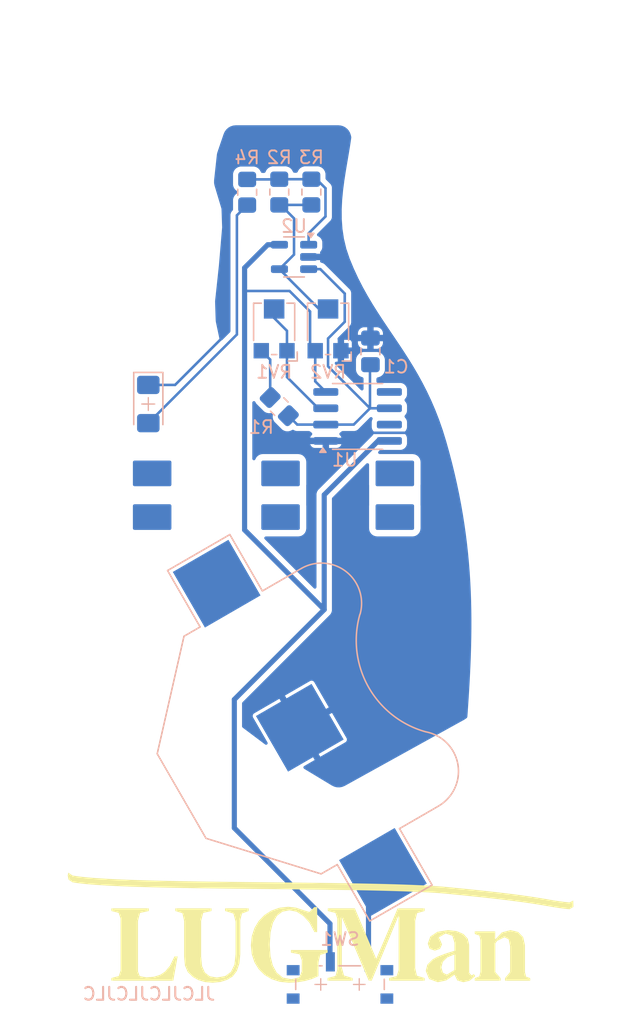
<source format=kicad_pcb>
(kicad_pcb (version 20241229) (generator "pcbnew") (generator_version "9.0")
  (layers (0 "F.Cu" signal) (2 "B.Cu" signal) (13 "F.Paste" user) (15 "B.Paste" user) (5 "F.SilkS" user "F.Silkscreen") (7 "B.SilkS" user "B.Silkscreen") (1 "F.Mask" user) (3 "B.Mask" user) (25 "Edge.Cuts" user))
  (net 0 "")
  (net 1 "GND")
  (net 2 "Net-(BT1-+)")
  (net 3 "Net-(U1-THR)")
  (net 4 "Net-(D1-A)")
  (net 5 "Net-(R1-Pad1)")
  (net 6 "Net-(R2-Pad1)")
  (net 7 "Net-(U2--)")
  (net 8 "Net-(U1-Q)")
  (net 9 "+3V")
  (footprint "Badge:badge" (layer "F.Cu") (at 50 50)
    (property "Reference" "svg2mod" (hide yes))
    (property "Value" "G***" (hide yes))
    (fp_poly (pts (xy 13.585782 74.196947) (xy 13.344155 74.196947) (xy 12.983798 74.928078) (xy 12.610942 75.371755) (xy 12.225511 75.627577) (xy 11.743799 75.779713) (xy 11.152847 75.830013) (xy 10.63314 75.731071) (xy 10.494621 75.363423) (xy 10.494621 71.430733) (xy 10.656052 70.813125) (xy 11.33615 70.664192) (xy 11.33615 70.455892) (xy 8.428293 70.455892) (xy 8.428293 70.664192) (xy 8.989659 70.806875) (xy 9.144842 71.255761) (xy 9.144842 75.288435) (xy 9.005293 75.721697) (xy 8.428293 75.880005) (xy 8.428293 76.088304) (xy 13.244171 76.088304) (xy 13.585782 74.196947)) (fill yes) (layer "F.SilkS"))
    (fp_poly (pts (xy 41.043796 75.888337) (xy 40.720932 75.769608) (xy 40.635529 75.413415) (xy 40.635529 73.32209) (xy 40.495737 72.699044) (xy 40.105986 72.292629) (xy 39.510713 72.147282) (xy 38.843114 72.325378) (xy 38.319242 72.872164) (xy 38.319242 72.247266) (xy 36.727835 72.247266) (xy 36.727835 72.447233) (xy 37.082986 72.580543) (xy 37.16943 72.938819) (xy 37.16943 75.388419) (xy 37.082997 75.747735) (xy 36.727835 75.888337) (xy 36.727835 76.088304) (xy 38.73584 76.088304) (xy 38.73584 75.888337) (xy 38.327574 75.413415) (xy 38.327574 73.188779) (xy 38.469217 72.988811) (xy 39.044123 72.705524) (xy 39.370112 72.876329) (xy 39.477386 73.397078) (xy 39.477386 75.413415) (xy 39.085783 75.888337) (xy 39.085783 76.088304) (xy 41.043796 76.088304) (xy 41.043796 75.888337)) (fill yes) (layer "F.SilkS"))
    (fp_poly (pts (xy 32.820139 75.880005) (xy 32.22232 75.696701) (xy 32.086926 75.113464) (xy 32.086926 71.430733) (xy 32.234817 70.828748) (xy 32.820139 70.664192) (xy 32.820139 70.455892) (xy 30.720483 70.455892) (xy 29.054089 74.388582) (xy 27.387695 70.455892) (xy 25.279706 70.455892) (xy 25.279706 70.664192) (xy 25.875442 70.813126) (xy 26.021251 71.255761) (xy 26.021251 75.213447) (xy 25.87962 75.715448) (xy 25.263042 75.880005) (xy 25.263042 76.088304) (xy 27.212723 76.088304) (xy 27.212723 75.880005) (xy 26.542 75.683162) (xy 26.371194 75.05514) (xy 26.371194 71.139114) (xy 28.470851 76.088304) (xy 28.695814 76.088304) (xy 30.79547 71.014134) (xy 30.79547 75.255107) (xy 30.649662 75.726905) (xy 30.053925 75.880005) (xy 30.053925 76.088304) (xy 32.820139 76.088304) (xy 32.820139 75.880005)) (fill yes) (layer "F.SilkS"))
    (fp_poly (pts (xy 19.114048 70.455892) (xy 17.281015 70.455892) (xy 17.281015 70.664192) (xy 17.929867 70.864159) (xy 18.097548 71.489057) (xy 18.097548 74.030307) (xy 18.009151 74.833041) (xy 17.740315 75.396751) (xy 17.285572 75.729248) (xy 16.639453 75.838345) (xy 16.086028 75.743829) (xy 15.705231 75.450909) (xy 15.485345 74.945523) (xy 15.414654 74.213611) (xy 15.414654 71.430733) (xy 15.571918 70.813125) (xy 16.222855 70.664192) (xy 16.222855 70.455892) (xy 13.406649 70.455892) (xy 13.406649 70.664192) (xy 13.9576 70.838121) (xy 14.08987 71.430733) (xy 14.08987 74.213611) (xy 14.154057 74.907633) (xy 14.370071 75.410946) (xy 14.773092 75.805017) (xy 15.215303 76.049113) (xy 15.733429 76.196929) (xy 16.314506 76.246612) (xy 16.912865 76.187671) (xy 17.44642 76.019488) (xy 17.872585 75.755025) (xy 18.192594 75.339352) (xy 18.394105 74.751486) (xy 18.464155 74.030307) (xy 18.464155 71.372409) (xy 18.595371 70.858951) (xy 19.114048 70.664192) (xy 19.114048 70.455892)) (fill yes) (layer "F.SilkS"))
    (fp_poly (pts (xy 36.640349 75.555058) (xy 36.557029 75.638378) (xy 36.465379 75.671708) (xy 36.290408 75.463408) (xy 36.290408 73.288764) (xy 36.175583 72.811629) (xy 35.84673 72.452443) (xy 35.327284 72.226047) (xy 34.640677 72.147284) (xy 33.813961 72.280596) (xy 33.264977 72.647202) (xy 33.065935 73.197112) (xy 33.20862 73.603296) (xy 33.607513 73.747023) (xy 34.01578 73.611628) (xy 34.174087 73.263768) (xy 34.024112 72.905494) (xy 33.924132 72.72219) (xy 34.449046 72.413907) (xy 34.983334 72.58992) (xy 35.148932 73.147121) (xy 35.148932 73.755354) (xy 34.333942 74.015497) (xy 33.800387 74.225648) (xy 33.440878 74.430244) (xy 33.036777 74.835386) (xy 32.907632 75.321765) (xy 33.166964 75.953953) (xy 33.83248 76.204954) (xy 34.496955 76.069559) (xy 34.549025 76.033792) (xy 34.549025 75.613382) (xy 34.242825 75.459241) (xy 34.124094 75.05514) (xy 34.239507 74.617866) (xy 34.58081 74.278724) (xy 35.140595 74.046971) (xy 35.140595 75.255107) (xy 34.549025 75.613382) (xy 34.549025 76.033792) (xy 35.148932 75.621716) (xy 35.371812 76.072684) (xy 35.832153 76.204954) (xy 36.314366 76.095597) (xy 36.765334 75.730031) (xy 36.640349 75.555058)) (fill yes) (layer "F.SilkS"))
    (fp_poly (pts (xy 25.267209 73.697029) (xy 22.409344 73.697029) (xy 22.409344 73.905328) (xy 23.086316 74.034475) (xy 23.250873 74.488566) (xy 23.250873 75.363423) (xy 23.060279 75.826889) (xy 22.451004 75.971657) (xy 21.782363 75.847719) (xy 21.301192 75.455074) (xy 20.997846 74.90393) (xy 20.818555 74.17874) (xy 20.759614 73.272098) (xy 20.82227 72.32292) (xy 21.008906 71.577709) (xy 21.317523 71.040463) (xy 21.746119 70.715183) (xy 22.292696 70.605868) (xy 22.85927 70.720432) (xy 23.400848 71.072458) (xy 23.849733 71.573418) (xy 24.242377 72.30559) (xy 24.450676 72.30559) (xy 24.450676 70.355909) (xy 24.225713 70.355909) (xy 23.850775 70.739179) (xy 23.475836 70.622532) (xy 22.806154 70.401734) (xy 22.192712 70.330913) (xy 21.50694 70.406557) (xy 20.887483 70.623868) (xy 20.348626 70.968418) (xy 19.904651 71.425777) (xy 19.569842 71.981517) (xy 19.358482 72.621209) (xy 19.284855 73.330422) (xy 19.357341 74.032397) (xy 19.56683 74.659165) (xy 19.901372 75.198775) (xy 20.349015 75.639277) (xy 20.897807 75.968718) (xy 21.535798 76.175147) (xy 22.251036 76.246612) (xy 22.896243 76.21042) (xy 23.519579 76.107051) (xy 24.083549 75.944317) (xy 24.55066 75.730029) (xy 24.55066 74.671869) (xy 24.687095 74.082382) (xy 25.267209 73.905328) (xy 25.267209 73.697029)) (fill yes) (layer "F.SilkS"))
    (fp_poly (pts (xy 5.076145 67.661414) (xy 5.024465 67.902743) (xy 5.090615 68.21952) (xy 5.400157 68.430876) (xy 5.90659 68.505823) (xy 6.518423 68.571961) (xy 7.228594 68.630084) (xy 8.030043 68.680985) (xy 8.915709 68.725458) (xy 9.878531 68.764297) (xy 10.911448 68.798296) (xy 11.601669 68.817685) (xy 12.314739 68.835411) (xy 13.048614 68.851613) (xy 13.801254 68.866429) (xy 14.570616 68.879999) (xy 15.354658 68.89246) (xy 16.151338 68.903951) (xy 16.958613 68.914611) (xy 17.774441 68.924579) (xy 18.596781 68.933992) (xy 19.42359 68.94299) (xy 20.335847 68.952622) (xy 21.248345 68.962166) (xy 22.158277 68.971799) (xy 23.062833 68.981695) (xy 23.959202 68.992029) (xy 24.844577 69.002976) (xy 25.716147 69.014712) (xy 26.571103 69.027411) (xy 27.406636 69.041249) (xy 28.219936 69.0564) (xy 29.008194 69.07304) (xy 29.768601 69.091344) (xy 30.498347 69.111487) (xy 31.194622 69.133643) (xy 31.854618 69.157988) (xy 32.475525 69.184698) (xy 33.054533 69.213947) (xy 33.588834 69.245909) (xy 34.075618 69.280762) (xy 34.512075 69.318678) (xy 36.05725 69.471345) (xy 37.375621 69.609174) (xy 38.490797 69.733323) (xy 39.426388 69.84495) (xy 40.206002 69.945214) (xy 40.853249 70.035273) (xy 41.391738 70.116285) (xy 41.845077 70.18941) (xy 42.236876 70.255806) (xy 42.590745 70.316631) (xy 42.930291 70.373043) (xy 43.279124 70.426202) (xy 43.660853 70.477265) (xy 44.099087 70.527392) (xy 44.412763 70.336182) (xy 44.394673 69.848361) (xy 44.100634 69.998223) (xy 43.662392 69.948097) (xy 43.280642 69.897035) (xy 42.931777 69.843876) (xy 42.592189 69.787464) (xy 42.238273 69.72664) (xy 41.846421 69.660245) (xy 41.393027 69.58712) (xy 40.854483 69.506107) (xy 40.207184 69.416048) (xy 39.427521 69.315784) (xy 38.491889 69.204157) (xy 37.37668 69.080008) (xy 36.058288 68.942179) (xy 34.513106 68.789511) (xy 34.076649 68.751595) (xy 33.589865 68.716743) (xy 33.055564 68.68478) (xy 32.476556 68.655532) (xy 31.855649 68.628822) (xy 31.195653 68.604477) (xy 30.499378 68.582321) (xy 29.769632 68.562179) (xy 29.009225 68.543875) (xy 28.220967 68.527235) (xy 27.407667 68.512084) (xy 26.572134 68.498246) (xy 25.717178 68.485547) (xy 24.845608 68.473811) (xy 23.960233 68.462864) (xy 23.063864 68.452529) (xy 22.159308 68.442633) (xy 21.249376 68.433) (xy 20.336878 68.423455) (xy 19.424621 68.413823) (xy 18.597812 68.404814) (xy 17.775472 68.395393) (xy 16.959644 68.385422) (xy 16.152369 68.374761) (xy 15.355689 68.363271) (xy 14.571647 68.350812) (xy 13.802285 68.337247) (xy 13.049645 68.322435) (xy 12.31577 68.306238) (xy 11.6027 68.288515) (xy 10.912479 68.269129) (xy 9.879562 68.235127) (xy 8.91674 68.196287) (xy 8.031074 68.151813) (xy 7.229624 68.100913) (xy 6.519453 68.042791) (xy 5.90762 67.976655) (xy 5.401187 67.90171) (xy 5.091646 67.690353) (xy 5.076146 67.661413) (xy 5.076145 67.661414)) (fill yes) (layer "F.SilkS"))
    (fp_poly (pts (xy 19.206032 0.005596) (xy 19.205032 0.006112) (xy 18.470988 0.008713) (xy 17.745137 0.068589) (xy 17.028977 0.182699) (xy 16.324004 0.348001) (xy 15.631717 0.561454) (xy 14.953612 0.820016) (xy 14.290624 1.120553) (xy 13.643721 1.459948) (xy 13.014012 1.835381) (xy 12.402605 2.24403) (xy 11.810611 2.683076) (xy 11.239139 3.149698) (xy 10.689297 3.641076) (xy 10.162195 4.154388) (xy 9.658942 4.686816) (xy 9.180648 5.235538) (xy 8.728421 5.797733) (xy 8.303372 6.370582) (xy 8.279602 6.413992) (xy 8.123539 6.535432) (xy 7.622278 6.68426) (xy 7.124659 6.782561) (xy 6.517664 6.903182) (xy 5.815153 7.071316) (xy 5.300185 7.222223) (xy 4.751358 7.41274) (xy 4.171493 7.650053) (xy 3.56341 7.941353) (xy 2.929929 8.293826) (xy 2.273872 8.714662) (xy 1.598058 9.211047) (xy 0.905307 9.790172) (xy 0.198441 10.459223) (xy 0.38551 10.971337) (xy 1.373767 11.093088) (xy 2.219965 11.284217) (xy 2.94333 11.533271) (xy 3.563089 11.828798) (xy 4.098468 12.159345) (xy 4.568692 12.513459) (xy 4.992989 12.879687) (xy 5.390583 13.246577) (xy 5.780702 13.602675) (xy 6.182572 13.93653) (xy 6.246965 14.895897) (xy 6.227892 15.731115) (xy 6.135201 16.47282) (xy 5.978738 17.15165) (xy 5.768348 17.798242) (xy 5.513879 18.443232) (xy 5.296652 18.955835) (xy 5.067392 19.499919) (xy 4.832208 20.087873) (xy 4.597205 20.732089) (xy 4.368492 21.444956) (xy 4.152177 22.238865) (xy 3.954366 23.126206) (xy 3.781168 24.119371) (xy 3.71293 24.798498) (xy 3.697121 25.522557) (xy 3.720963 26.27942) (xy 3.771678 27.056959) (xy 3.836486 27.843047) (xy 3.902608 28.625556) (xy 3.964325 29.541745) (xy 3.989261 30.407823) (xy 3.962202 31.196093) (xy 3.867937 31.878859) (xy 3.691251 32.428425) (xy 3.461281 32.923024) (xy 3.226012 33.442965) (xy 2.987138 33.987801) (xy 2.746349 34.557086) (xy 2.505339 35.150371) (xy 2.265799 35.76721) (xy 2.029423 36.407155) (xy 1.797902 37.069759) (xy 1.572929 37.754574) (xy 1.356196 38.461154) (xy 1.149396 39.189051) (xy 0.95422 39.937818) (xy 0.772362 40.707007) (xy 0.605514 41.496172) (xy 0.455368 42.304864) (xy 0.323616 43.132638) (xy 0.21195 43.979044) (xy 0.122064 44.843637) (xy 0.055649 45.725968) (xy 0.014398 46.625591) (xy 0.000003 47.542058) (xy 0.014157 48.474922) (xy 0.058551 49.423736) (xy 0.134879 50.388052) (xy 0.236484 51.183272) (xy 0.385541 51.965656) (xy 0.578092 52.734243) (xy 0.810176 53.488071) (xy 1.077836 54.226177) (xy 1.377111 54.947601) (xy 1.704042 55.651379) (xy 2.05467 56.33655) (xy 2.425036 57.002153) (xy 2.811181 57.647225) (xy 3.209144 58.270804) (xy 3.614968 58.87193) (xy 4.024692 59.449638) (xy 4.434358 60.002969) (xy 4.907341 60.616367) (xy 5.369256 61.193502) (xy 5.813659 61.732659) (xy 6.234105 62.232122) (xy 6.624152 62.690176) (xy 6.977356 63.105105) (xy 7.423469 63.641614) (xy 7.747851 64.063703) (xy 7.923551 64.349474) (xy 7.939051 64.395984) (xy 7.753368 64.739601) (xy 7.415569 65.010933) (xy 6.914549 65.296035) (xy 6.331914 65.648104) (xy 5.879688 66.012886) (xy 5.509391 66.409567) (xy 5.232756 66.806689) (xy 5.025534 67.37358) (xy 5.024534 67.47228) (xy 5.023034 67.53791) (xy 5.023034 76.552862) (xy 5.143872 77.152383) (xy 5.47377 77.640931) (xy 5.963806 77.969787) (xy 6.565059 78.090232) (xy 42.910127 78.090232) (xy 43.511298 77.969787) (xy 44.001157 77.640931) (xy 44.330878 77.152383) (xy 44.451635 76.552862) (xy 44.451635 69.601866) (xy 44.451635 69.600366) (xy 44.451635 69.551276) (xy 44.449535 69.551276) (xy 44.393725 69.313048) (xy 44.13586 68.86398) (xy 43.731186 68.366629) (xy 43.197416 67.803063) (xy 42.78022 67.389667) (xy 42.32382 66.948143) (xy 41.836457 66.480822) (xy 41.32637 65.99004) (xy 40.801798 65.478129) (xy 40.27098 64.947423) (xy 39.742181 64.400604) (xy 39.223891 63.840726) (xy 38.724653 63.270709) (xy 38.253014 62.693474) (xy 37.817517 62.111939) (xy 37.426709 61.529027) (xy 37.029581 60.833499) (xy 36.722883 60.148543) (xy 36.517391 59.479176) (xy 36.42388 58.830411) (xy 36.453125 58.207266) (xy 36.453125 58.184526) (xy 36.510814 57.431302) (xy 36.567537 56.683798) (xy 36.622723 55.941423) (xy 36.675802 55.203587) (xy 36.726204 54.469698) (xy 36.773357 53.739164) (xy 36.81669 53.011394) (xy 36.855634 52.285797) (xy 36.889618 51.561782) (xy 36.91807 50.838757) (xy 36.940421 50.116132) (xy 36.956099 49.393314) (xy 36.964535 48.669712) (xy 36.965156 47.944736) (xy 36.957393 47.217794) (xy 36.940675 46.488294) (xy 36.914432 45.755646) (xy 36.878092 45.019258) (xy 36.831085 44.278538) (xy 36.77284 43.532896) (xy 36.702787 42.78174) (xy 36.620355 42.024479) (xy 36.524974 41.260522) (xy 36.416072 40.489276) (xy 36.293079 39.710152) (xy 36.155425 38.922558) (xy 36.002538 38.125902) (xy 35.833848 37.319593) (xy 35.648785 36.50304) (xy 35.446778 35.675651) (xy 35.227256 34.836836) (xy 34.989648 33.986003) (xy 34.714735 33.093003) (xy 34.420779 32.249809) (xy 34.109695 31.452455) (xy 33.783398 30.696974) (xy 33.443806 29.979402) (xy 33.092833 29.295773) (xy 32.732395 28.642122) (xy 32.36441 28.014481) (xy 31.990792 27.408887) (xy 31.613457 26.821373) (xy 31.234322 26.247974) (xy 30.817623 25.628795) (xy 30.403652 25.016446) (xy 29.994588 24.40542) (xy 29.59261 23.790209) (xy 29.199899 23.165306) (xy 28.818632 22.525203) (xy 28.45099 21.864393) (xy 28.099153 21.177367) (xy 27.765298 20.458618) (xy 27.451607 19.702638) (xy 27.204946 18.971197) (xy 27.030714 18.240761) (xy 26.921026 17.511369) (xy 26.868 16.783057) (xy 26.863751 16.055863) (xy 26.900396 15.329825) (xy 26.970051 14.604979) (xy 27.064832 13.881364) (xy 27.176856 13.159017) (xy 27.29824 12.437976) (xy 27.421099 11.718277) (xy 27.53755 10.999958) (xy 27.639709 10.283057) (xy 27.724325 9.507954) (xy 27.770433 8.734893) (xy 27.766852 7.964682) (xy 27.702404 7.198126) (xy 27.565909 6.436031) (xy 27.346187 5.679204) (xy 27.120066 5.116461) (xy 26.836697 4.5594) (xy 26.49218 4.008445) (xy 26.082616 3.464021) (xy 25.604107 2.926549) (xy 25.052754 2.396454) (xy 24.424657 1.874159) (xy 23.715918 1.360088) (xy 23.699898 1.352288) (xy 23.055877 1.004777) (xy 22.410928 0.711798) (xy 21.766049 0.471659) (xy 21.122236 0.282664) (xy 20.480484 0.143119) (xy 19.841789 0.05133) (xy 19.207149 0.005601) (xy 19.206032 0.005596)) (stroke (width 0.00001)) (fill no) (layer "Edge.Cuts"))
  )
  (footprint "Button_Switch_SMD:SW_SPDT_PCM12" (layer "B.Cu") (at 76.23 126.05 180)
    (property "Reference" "SW1" (at 0 3.2 0) (layer "B.SilkS") (effects (justify mirror)))
    (property "Value" "POW" (hide yes))
    (fp_line (start 3.45 -0.72) (end 3.45 0.07) (stroke (width 0.12)) (layer "B.SilkS"))
    (fp_line (start 1.5 0.12) (end 1.5 -0.78) (stroke (width 0.1)) (layer "B.SilkS"))
    (fp_line (start 1.4 1.12) (end 1.6 1.12) (stroke (width 0.12)) (layer "B.SilkS"))
    (fp_line (start 1.05 -0.33) (end 1.95 -0.33) (stroke (width 0.1)) (layer "B.SilkS"))
    (fp_line (start -1.5 0.12) (end -1.5 -0.78) (stroke (width 0.1)) (layer "B.SilkS"))
    (fp_line (start -1.6 1.12) (end 0.1 1.12) (stroke (width 0.12)) (layer "B.SilkS"))
    (fp_line (start -1.95 -0.33) (end -1.05 -0.33) (stroke (width 0.1)) (layer "B.SilkS"))
    (fp_line (start -3.45 0.07) (end -3.45 -0.72) (stroke (width 0.12)) (layer "B.SilkS"))
    (pad "" smd rect (at -3.65 -1.43 180) (size 1 0.8) (layers "B.Cu" "B.Mask" "B.Paste"))
    (pad "" smd rect (at -3.65 0.78 180) (size 1 0.8) (layers "B.Cu" "B.Mask" "B.Paste"))
    (pad "" smd rect (at 3.65 -1.43 180) (size 1 0.8) (layers "B.Cu" "B.Mask" "B.Paste"))
    (pad "" smd rect (at 3.65 0.78 180) (size 1 0.8) (layers "B.Cu" "B.Mask" "B.Paste"))
    (pad "1" smd rect (at -2.25 1.43 180) (size 0.7 1.5) (layers "B.Cu" "B.Mask" "B.Paste") (net 2 "Net-(BT1-+)"))
    (pad "2" smd rect (at 0.75 1.43 180) (size 0.7 1.5) (layers "B.Cu" "B.Mask" "B.Paste") (net 9 "+3V"))
    (pad "3" smd rect (at 2.25 1.43 180) (size 0.7 1.5) (layers "B.Cu" "B.Mask" "B.Paste"))
  )
  (footprint "Resistor_SMD:R_0805_2012Metric_Pad1.20x1.40mm_HandSolder" (layer "B.Cu") (at 74 64.7 -90)
    (property "Reference" "R3" (at -2.7 0 180) (layer "B.SilkS") (effects (justify mirror)))
    (property "Value" "150K")
    (fp_line (start -0.227064 0.735) (end 0.227064 0.735) (stroke (width 0.12)) (layer "B.SilkS"))
    (fp_line (start -0.227064 -0.735) (end 0.227064 -0.735) (stroke (width 0.12)) (layer "B.SilkS"))
    (pad "1" smd roundrect (at -1 0 270) (size 1.2 1.4) (layers "B.Cu" "B.Mask" "B.Paste") (roundrect_rratio 0.208333) (net 6 "Net-(R2-Pad1)"))
    (pad "2" smd roundrect (at 1 0 270) (size 1.2 1.4) (layers "B.Cu" "B.Mask" "B.Paste") (roundrect_rratio 0.208333) (net 7 "Net-(U2--)"))
  )
  (footprint "Resistor_SMD:R_0805_2012Metric_Pad1.20x1.40mm_HandSolder" (layer "B.Cu") (at 71.5 81.4 -45)
    (property "Reference" "R1" (at 0.141421 2.12132 0) (layer "B.SilkS") (effects (justify mirror)))
    (property "Value" "150K")
    (fp_line (start -0.227064 0.735) (end 0.227064 0.735) (stroke (width 0.12)) (layer "B.SilkS"))
    (fp_line (start -0.227064 -0.735) (end 0.227064 -0.735) (stroke (width 0.12)) (layer "B.SilkS"))
    (pad "1" smd roundrect (at -1 0 315) (size 1.2 1.4) (layers "B.Cu" "B.Mask" "B.Paste") (roundrect_rratio 0.208333) (net 5 "Net-(R1-Pad1)"))
    (pad "2" smd roundrect (at 1 0 315) (size 1.2 1.4) (layers "B.Cu" "B.Mask" "B.Paste") (roundrect_rratio 0.208333) (net 3 "Net-(U1-THR)"))
  )
  (footprint "Battery:BatteryHolder_Multicomp_BC-2001_1x2032" (layer "B.Cu") (at 73.1 106.4 120)
    (property "Reference" "BT1" (hide yes))
    (property "Value" "3")
    (fp_line (start 3.8 -10.63) (end -3.8 -10.63) (stroke (width 0.12)) (layer "B.SilkS"))
    (fp_line (start 15.75 -2.8) (end 15.75 2.8) (stroke (width 0.12)) (layer "B.SilkS"))
    (fp_line (start 10.68 -4.25) (end 3.8 -10.63) (stroke (width 0.12)) (layer "B.SilkS"))
    (fp_line (start 10.68 -2.8) (end 15.75 -2.8) (stroke (width 0.12)) (layer "B.SilkS"))
    (fp_line (start 10.68 -2.8) (end 10.68 -4.25) (stroke (width 0.12)) (layer "B.SilkS"))
    (fp_line (start 15.75 2.8) (end 10.68 2.8) (stroke (width 0.12)) (layer "B.SilkS"))
    (fp_line (start 10.68 2.8) (end 10.68 6.35) (stroke (width 0.12)) (layer "B.SilkS"))
    (fp_line (start -10.68 -4.25) (end -3.8 -10.63) (stroke (width 0.12)) (layer "B.SilkS"))
    (fp_line (start -10.68 -2.8) (end -10.68 -4.25) (stroke (width 0.12)) (layer "B.SilkS"))
    (fp_line (start -15.75 -2.8) (end -10.68 -2.8) (stroke (width 0.12)) (layer "B.SilkS"))
    (fp_line (start -15.75 -2.8) (end -15.75 2.8) (stroke (width 0.12)) (layer "B.SilkS"))
    (fp_line (start -10.68 2.8) (end -10.68 6.280001) (stroke (width 0.12)) (layer "B.SilkS"))
    (fp_line (start -15.75 2.8) (end -10.68 2.8) (stroke (width 0.12)) (layer "B.SilkS"))
    (fp_arc (start 10.68 6.3) (mid 8.734461 9.197232) (end 5.316452 8.492753) (stroke (width 0.12)) (layer "B.SilkS"))
    (fp_arc (start -5.169999 8.330001) (mid 0.096809 6.218102) (end 5.306422 8.467392) (stroke (width 0.12)) (layer "B.SilkS"))
    (fp_arc (start -5.180001 8.339999) (mid -8.637972 9.231691) (end -10.677058 6.3) (stroke (width 0.12)) (layer "B.SilkS"))
    (pad "1" smd rect (at -12.95 0 120) (size 5 5) (layers "B.Cu" "B.Mask" "B.Paste") (net 2 "Net-(BT1-+)"))
    (pad "1" smd rect (at 12.95 0 120) (size 5 5) (layers "B.Cu" "B.Mask" "B.Paste") (net 2 "Net-(BT1-+)"))
    (pad "2" smd rect (at 0 0 120) (size 5 5) (layers "B.Cu" "B.Mask" "B.Paste") (net 1 "GND"))
  )
  (footprint "Resistor_SMD:R_0805_2012Metric_Pad1.20x1.40mm_HandSolder" (layer "B.Cu") (at 71.5 64.7 -90)
    (property "Reference" "R2" (at -2.7 0 180) (layer "B.SilkS") (effects (justify mirror)))
    (property "Value" "150K")
    (fp_line (start -0.227064 0.735) (end 0.227064 0.735) (stroke (width 0.12)) (layer "B.SilkS"))
    (fp_line (start -0.227064 -0.735) (end 0.227064 -0.735) (stroke (width 0.12)) (layer "B.SilkS"))
    (pad "1" smd roundrect (at -1 0 270) (size 1.2 1.4) (layers "B.Cu" "B.Mask" "B.Paste") (roundrect_rratio 0.208333) (net 6 "Net-(R2-Pad1)"))
    (pad "2" smd roundrect (at 1 0 270) (size 1.2 1.4) (layers "B.Cu" "B.Mask" "B.Paste") (roundrect_rratio 0.208333) (net 7 "Net-(U2--)"))
  )
  (footprint "LED_SMD:LED_1206_3216Metric_Pad1.42x1.75mm_HandSolder" (layer "B.Cu") (at 61.3 81.2 -90)
    (property "Reference" "D1" (hide yes))
    (property "Value" "LED")
    (fp_line (start -2.46 1.135) (end -2.46 -1.135) (stroke (width 0.12)) (layer "B.SilkS"))
    (fp_line (start 1.6 1.135) (end -2.46 1.135) (stroke (width 0.12)) (layer "B.SilkS"))
    (fp_line (start 0 0.5) (end 0 0) (stroke (width 0.1)) (layer "B.SilkS"))
    (fp_line (start 0 0) (end 0 0.5) (stroke (width 0.1)) (layer "B.SilkS"))
    (fp_line (start 0 0) (end -0.5 0) (stroke (width 0.1)) (layer "B.SilkS"))
    (fp_line (start 0.5 0) (end 0 0) (stroke (width 0.1)) (layer "B.SilkS"))
    (fp_line (start 0 -0.5) (end 0 0) (stroke (width 0.1)) (layer "B.SilkS"))
    (fp_line (start -2.46 -1.135) (end 1.6 -1.135) (stroke (width 0.12)) (layer "B.SilkS"))
    (pad "1" smd roundrect (at -1.4875 0 270) (size 1.425 1.75) (layers "B.Cu" "B.Mask" "B.Paste") (roundrect_rratio 0.175439) (net 1 "GND"))
    (pad "2" smd roundrect (at 1.4875 0 270) (size 1.425 1.75) (layers "B.Cu" "B.Mask" "B.Paste") (roundrect_rratio 0.175439) (net 4 "Net-(D1-A)"))
  )
  (footprint "Package_TO_SOT_SMD:SOT-23-5" (layer "B.Cu") (at 72.651477 69.75 180)
    (property "Reference" "U2" (at 0 2.4 0) (layer "B.SilkS") (effects (justify mirror)))
    (property "Value" "MCP6006")
    (fp_line (start 0 1.56) (end 0.8 1.56) (stroke (width 0.12)) (layer "B.SilkS"))
    (fp_line (start 0 1.56) (end -0.8 1.56) (stroke (width 0.12)) (layer "B.SilkS"))
    (fp_line (start 0 -1.56) (end 0.8 -1.56) (stroke (width 0.12)) (layer "B.SilkS"))
    (fp_line (start 0 -1.56) (end -0.8 -1.56) (stroke (width 0.12)) (layer "B.SilkS"))
    (fp_poly (pts (xy -1.3 1.51) (xy -1.54 1.84) (xy -1.06 1.84)) (stroke (width 0.12)) (fill yes) (layer "B.SilkS"))
    (pad "1" smd roundrect (at -1.1375 0.95 180) (size 1.325 0.6) (layers "B.Cu" "B.Mask" "B.Paste") (net 6 "Net-(R2-Pad1)"))
    (pad "2" smd roundrect (at -1.1375 0 180) (size 1.325 0.6) (layers "B.Cu" "B.Mask" "B.Paste") (net 1 "GND"))
    (pad "3" smd roundrect (at -1.1375 -0.95 180) (size 1.325 0.6) (layers "B.Cu" "B.Mask" "B.Paste") (net 3 "Net-(U1-THR)"))
    (pad "4" smd roundrect (at 1.1375 -0.95 180) (size 1.325 0.6) (layers "B.Cu" "B.Mask" "B.Paste") (net 7 "Net-(U2--)"))
    (pad "5" smd roundrect (at 1.1375 0.95 180) (size 1.325 0.6) (layers "B.Cu" "B.Mask" "B.Paste") (net 9 "+3V"))
  )
  (footprint "Potentiometer_SMD:Potentiometer_Bourns_TC33X_Vertical" (layer "B.Cu") (at 75.3 75.25 90)
    (property "Reference" "RV2" (at -3.45 0 180) (layer "B.SilkS") (effects (justify mirror)))
    (property "Value" "1M")
    (fp_line (start 1.9 -1.6) (end 1.9 -1) (stroke (width 0.12)) (layer "B.SilkS"))
    (fp_line (start -1 -1.6) (end 1.9 -1.6) (stroke (width 0.12)) (layer "B.SilkS"))
    (fp_line (start -2.1 0.2) (end -2.1 -0.2) (stroke (width 0.12)) (layer "B.SilkS"))
    (fp_line (start 1.9 1.6) (end 1.9 1) (stroke (width 0.12)) (layer "B.SilkS"))
    (fp_line (start -1 1.6) (end 1.9 1.6) (stroke (width 0.12)) (layer "B.SilkS"))
    (fp_line (start -1.9 1.8) (end -2.6 1.8) (stroke (width 0.12)) (layer "B.SilkS"))
    (fp_line (start -2.6 1.8) (end -2.6 1.1) (stroke (width 0.12)) (layer "B.SilkS"))
    (pad "1" smd rect (at -1.8 1 90) (size 1.2 1.2) (layers "B.Cu" "B.Mask" "B.Paste") (net 1 "GND"))
    (pad "2" smd rect (at 1.45 0 90) (size 1.5 1.6) (layers "B.Cu" "B.Mask" "B.Paste") (net 7 "Net-(U2--)"))
    (pad "3" smd rect (at -1.8 -1 90) (size 1.2 1.2) (layers "B.Cu" "B.Mask" "B.Paste") (net 9 "+3V"))
  )
  (footprint "Potentiometer_SMD:Potentiometer_Bourns_TC33X_Vertical" (layer "B.Cu") (at 71.1 75.25 90)
    (property "Reference" "RV1" (at -3.45 0 180) (layer "B.SilkS") (effects (justify mirror)))
    (property "Value" "1M")
    (fp_line (start 1.9 -1.6) (end 1.9 -1) (stroke (width 0.12)) (layer "B.SilkS"))
    (fp_line (start -1 -1.6) (end 1.9 -1.6) (stroke (width 0.12)) (layer "B.SilkS"))
    (fp_line (start -2.1 0.2) (end -2.1 -0.2) (stroke (width 0.12)) (layer "B.SilkS"))
    (fp_line (start 1.9 1.6) (end 1.9 1) (stroke (width 0.12)) (layer "B.SilkS"))
    (fp_line (start -1 1.6) (end 1.9 1.6) (stroke (width 0.12)) (layer "B.SilkS"))
    (fp_line (start -1.9 1.8) (end -2.6 1.8) (stroke (width 0.12)) (layer "B.SilkS"))
    (fp_line (start -2.6 1.8) (end -2.6 1.1) (stroke (width 0.12)) (layer "B.SilkS"))
    (pad "1" smd rect (at -1.8 1 90) (size 1.2 1.2) (layers "B.Cu" "B.Mask" "B.Paste") (net 8 "Net-(U1-Q)"))
    (pad "2" smd rect (at 1.45 0 90) (size 1.5 1.6) (layers "B.Cu" "B.Mask" "B.Paste") (net 8 "Net-(U1-Q)"))
    (pad "3" smd rect (at -1.8 -1 90) (size 1.2 1.2) (layers "B.Cu" "B.Mask" "B.Paste") (net 5 "Net-(R1-Pad1)"))
  )
  (footprint "Resistor_SMD:R_0805_2012Metric_Pad1.20x1.40mm_HandSolder" (layer "B.Cu") (at 69 64.713832 90)
    (property "Reference" "R4" (at 2.7 0 180) (layer "B.SilkS") (effects (justify mirror)))
    (property "Value" "100")
    (fp_line (start -0.227064 -0.735) (end 0.227064 -0.735) (stroke (width 0.12)) (layer "B.SilkS"))
    (fp_line (start -0.227064 0.735) (end 0.227064 0.735) (stroke (width 0.12)) (layer "B.SilkS"))
    (pad "1" smd roundrect (at -1 0 90) (size 1.2 1.4) (layers "B.Cu" "B.Mask" "B.Paste") (roundrect_rratio 0.208333) (net 4 "Net-(D1-A)"))
    (pad "2" smd roundrect (at 1 0 90) (size 1.2 1.4) (layers "B.Cu" "B.Mask" "B.Paste") (roundrect_rratio 0.208333) (net 6 "Net-(R2-Pad1)"))
  )
  (footprint "Package_SO:SOIC-8_3.9x4.9mm_P1.27mm" (layer "B.Cu") (at 77.6 82.165)
    (property "Reference" "U1" (at -1 3.385 0) (layer "B.SilkS") (effects (justify mirror)))
    (property "Value" "ICM7555")
    (fp_line (start 0 -2.56) (end -1.95 -2.56) (stroke (width 0.12)) (layer "B.SilkS"))
    (fp_line (start 0 -2.56) (end 1.95 -2.56) (stroke (width 0.12)) (layer "B.SilkS"))
    (fp_line (start 0 2.56) (end -1.95 2.56) (stroke (width 0.12)) (layer "B.SilkS"))
    (fp_line (start 0 2.56) (end 1.95 2.56) (stroke (width 0.12)) (layer "B.SilkS"))
    (fp_poly (pts (xy -2.7 2.465) (xy -2.94 2.795) (xy -2.46 2.795)) (stroke (width 0.12)) (fill yes) (layer "B.SilkS"))
    (pad "1" smd roundrect (at -2.475 1.905) (size 1.95 0.6) (layers "B.Cu" "B.Mask" "B.Paste") (net 1 "GND"))
    (pad "2" smd roundrect (at -2.475 0.635) (size 1.95 0.6) (layers "B.Cu" "B.Mask" "B.Paste") (net 3 "Net-(U1-THR)"))
    (pad "3" smd roundrect (at -2.475 -0.635) (size 1.95 0.6) (layers "B.Cu" "B.Mask" "B.Paste") (net 8 "Net-(U1-Q)"))
    (pad "4" smd roundrect (at -2.475 -1.905) (size 1.95 0.6) (layers "B.Cu" "B.Mask" "B.Paste") (net 9 "+3V"))
    (pad "5" smd roundrect (at 2.475 -1.905) (size 1.95 0.6) (layers "B.Cu" "B.Mask" "B.Paste"))
    (pad "6" smd roundrect (at 2.475 -0.635) (size 1.95 0.6) (layers "B.Cu" "B.Mask" "B.Paste") (net 3 "Net-(U1-THR)"))
    (pad "7" smd roundrect (at 2.475 0.635) (size 1.95 0.6) (layers "B.Cu" "B.Mask" "B.Paste"))
    (pad "8" smd roundrect (at 2.475 1.905) (size 1.95 0.6) (layers "B.Cu" "B.Mask" "B.Paste") (net 9 "+3V"))
  )
  (footprint "Capacitor_SMD:C_0805_2012Metric_Pad1.18x1.45mm_HandSolder" (layer "B.Cu") (at 78.6 77.1 90)
    (property "Reference" "C1" (at -1.2 2 180) (layer "B.SilkS") (effects (justify mirror)))
    (property "Value" "4.7u")
    (fp_line (start -0.261252 -0.735) (end 0.261252 -0.735) (stroke (width 0.12)) (layer "B.SilkS"))
    (fp_line (start -0.261252 0.735) (end 0.261252 0.735) (stroke (width 0.12)) (layer "B.SilkS"))
    (pad "1" smd roundrect (at -1.0375 0 90) (size 1.175 1.45) (layers "B.Cu" "B.Mask" "B.Paste") (roundrect_rratio 0.212766) (net 3 "Net-(U1-THR)"))
    (pad "2" smd roundrect (at 1.0375 0 90) (size 1.175 1.45) (layers "B.Cu" "B.Mask" "B.Paste") (roundrect_rratio 0.212766) (net 1 "GND"))
  )
  (gr_text "JLCJLCJLCJLC" (at 66.6 127.7 0) (layer "B.SilkS") (effects (font (size 1 1) (thickness 0.16)) (justify left bottom mirror)))
  (segment (start 78.4 83.44) (end 81.8 83.44) (width 0.2) (layer "B.Cu") (net 1))
  (segment (start 61.3 79.7125) (end 63.3875 79.7125) (width 0.2) (layer "B.Cu") (net 1))
  (segment (start 67.2 75.9) (end 67.2 75.4) (width 0.2) (layer "B.Cu") (net 1))
  (segment (start 63.3875 79.7125) (end 67.2 75.9) (width 0.2) (layer "B.Cu") (net 1))
  (segment (start 78.45 124.495) (end 78.45 118.740029) (width 0.4) (layer "B.Cu") (net 2))
  (segment (start 78.45 118.740029) (end 79.575 117.615029) (width 0.4) (layer "B.Cu") (net 2))
  (segment (start 78.565 78.535) (end 78.9 78.2) (width 0.2) (layer "B.Cu") (net 3))
  (segment (start 78.565 81.53) (end 78.565 78.535) (width 0.2) (layer "B.Cu") (net 3))
  (segment (start 78.565 81.53) (end 75.3 78.265) (width 0.2) (layer "B.Cu") (net 3))
  (segment (start 78.565 81.53) (end 78.565 81.535) (width 0.2) (layer "B.Cu") (net 3))
  (segment (start 75.3 76.1) (end 76.6 74.8) (width 0.2) (layer "B.Cu") (net 3))
  (segment (start 78.565 81.53) (end 80.275 81.53) (width 0.2) (layer "B.Cu") (net 3))
  (segment (start 72.2 82.1) (end 72.2 82.065) (width 0.2) (layer "B.Cu") (net 3))
  (segment (start 76.6 74.8) (end 76.6 72.6) (width 0.2) (layer "B.Cu") (net 3))
  (segment (start 76.6 72.6) (end 74.7 70.7) (width 0.2) (layer "B.Cu") (net 3))
  (segment (start 72.9 82.8) (end 72.2 82.1) (width 0.2) (layer "B.Cu") (net 3))
  (segment (start 74.7 70.7) (end 73.788977 70.7) (width 0.2) (layer "B.Cu") (net 3))
  (segment (start 75.3 78.265) (end 75.3 76.1) (width 0.2) (layer "B.Cu") (net 3))
  (segment (start 78.565 81.535) (end 77.3 82.8) (width 0.2) (layer "B.Cu") (net 3))
  (segment (start 77.3 82.8) (end 72.9 82.8) (width 0.2) (layer "B.Cu") (net 3))
  (segment (start 68.2 75.7875) (end 68.2 66.513832) (width 0.2) (layer "B.Cu") (net 4))
  (segment (start 61.3 82.6875) (end 68.2 75.7875) (width 0.2) (layer "B.Cu") (net 4))
  (segment (start 68.2 66.513832) (end 69 65.713832) (width 0.2) (layer "B.Cu") (net 4))
  (segment (start 70.792893 77.742893) (end 70.1 77.05) (width 0.2) (layer "B.Cu") (net 5))
  (segment (start 70.792893 80.692893) (end 70.792893 77.742893) (width 0.2) (layer "B.Cu") (net 5))
  (segment (start 71.5 63.327664) (end 71.513832 63.313832) (width 0.2) (layer "B.Cu") (net 6))
  (segment (start 75.1 66.6) (end 73.788977 67.911023) (width 0.2) (layer "B.Cu") (net 6))
  (segment (start 71.5 63.7) (end 71.5 63.327664) (width 0.2) (layer "B.Cu") (net 6))
  (segment (start 74.4 63.7) (end 75.1 64.4) (width 0.2) (layer "B.Cu") (net 6))
  (segment (start 75.1 64.4) (end 75.1 66.6) (width 0.2) (layer "B.Cu") (net 6))
  (segment (start 71.5 63.7) (end 71.486168 63.713832) (width 0.2) (layer "B.Cu") (net 6))
  (segment (start 73.788977 67.911023) (end 73.788977 68.8) (width 0.2) (layer "B.Cu") (net 6))
  (segment (start 71.606916 63.7) (end 74.193084 63.7) (width 0.2) (layer "B.Cu") (net 6))
  (segment (start 74 63.7) (end 74.4 63.7) (width 0.2) (layer "B.Cu") (net 6))
  (segment (start 71.486168 63.713832) (end 69 63.713832) (width 0.2) (layer "B.Cu") (net 6))
  (segment (start 71.5 65.7) (end 71.5 65.327664) (width 0.2) (layer "B.Cu") (net 7))
  (segment (start 71.7 65.8) (end 71.7 65.3) (width 0.2) (layer "B.Cu") (net 7))
  (segment (start 72.65 66.75) (end 71.7 65.8) (width 0.2) (layer "B.Cu") (net 7))
  (segment (start 72.047987 71.247987) (end 72.047987 71.23401) (width 0.2) (layer "B.Cu") (net 7))
  (segment (start 75.3 73.8) (end 74.6 73.8) (width 0.2) (layer "B.Cu") (net 7))
  (segment (start 72.65 69.563977) (end 72.65 66.75) (width 0.2) (layer "B.Cu") (net 7))
  (segment (start 72.047987 71.23401) (end 71.513977 70.7) (width 0.2) (layer "B.Cu") (net 7))
  (segment (start 71.513832 65.7) (end 74.1 65.7) (width 0.2) (layer "B.Cu") (net 7))
  (segment (start 74.6 73.8) (end 72.047987 71.247987) (width 0.2) (layer "B.Cu") (net 7))
  (segment (start 71.7 65.3) (end 71.5 65.5) (width 0.2) (layer "B.Cu") (net 7))
  (segment (start 71.513977 70.7) (end 72.65 69.563977) (width 0.2) (layer "B.Cu") (net 7))
  (segment (start 71.5 65.5) (end 71.5 65.7) (width 0.2) (layer "B.Cu") (net 7))
  (segment (start 71.5 65.327664) (end 71.513832 65.313832) (width 0.2) (layer "B.Cu") (net 7))
  (segment (start 75.125 81.53) (end 74.53 81.53) (width 0.2) (layer "B.Cu") (net 8))
  (segment (start 72.1 75.5) (end 71.1 74.5) (width 0.2) (layer "B.Cu") (net 8))
  (segment (start 72.1 79.1) (end 72.1 75.5) (width 0.2) (layer "B.Cu") (net 8))
  (segment (start 71.1 74.5) (end 71.1 73.8) (width 0.2) (layer "B.Cu") (net 8))
  (segment (start 74.53 81.53) (end 72.1 79.1) (width 0.2) (layer "B.Cu") (net 8))
  (segment (start 68.8 91) (end 68.8 72.4) (width 0.4) (layer "B.Cu") (net 9))
  (segment (start 75 97.2) (end 75 88.269011) (width 0.4) (layer "B.Cu") (net 9))
  (segment (start 79.199011 84.07) (end 80.075 84.07) (width 0.4) (layer "B.Cu") (net 9))
  (segment (start 73.9 76.6) (end 73.9 74) (width 0.2) (layer "B.Cu") (net 9))
  (segment (start 68.8 70.6) (end 70.6 68.8) (width 0.4) (layer "B.Cu") (net 9))
  (segment (start 74.3 79.435) (end 74.3 77.05) (width 0.2) (layer "B.Cu") (net 9))
  (segment (start 68.8 72.4) (end 68.8 70.6) (width 0.4) (layer "B.Cu") (net 9))
  (segment (start 70.6 68.8) (end 71.513977 68.8) (width 0.4) (layer "B.Cu") (net 9))
  (segment (start 68 114.2) (end 68 104.2) (width 0.4) (layer "B.Cu") (net 9))
  (segment (start 75 97.2) (end 68.8 91) (width 0.4) (layer "B.Cu") (net 9))
  (segment (start 73.9 74) (end 72.3 72.4) (width 0.2) (layer "B.Cu") (net 9))
  (segment (start 75.45 124.495) (end 75.45 121.65) (width 0.4) (layer "B.Cu") (net 9))
  (segment (start 68 104.2) (end 75 97.2) (width 0.4) (layer "B.Cu") (net 9))
  (segment (start 75 88.269011) (end 79.199011 84.07) (width 0.4) (layer "B.Cu") (net 9))
  (segment (start 72.3 72.4) (end 68.8 72.4) (width 0.2) (layer "B.Cu") (net 9))
  (segment (start 75.125 80.26) (end 74.3 79.435) (width 0.2) (layer "B.Cu") (net 9))
  (segment (start 75.45 121.65) (end 68 114.2) (width 0.4) (layer "B.Cu") (net 9))
  (zone (net 0) (net_name "") (layer "B.Cu") (priority 3) (connect_pads (clearance 0.5)) (min_thickness 0.25) (fill yes (thermal_gap 0.5) (thermal_bridge_width 0.5) (island_removal_mode 1) (island_area_min 10))
    (polygon (pts (xy 60.1 89) (xy 63.1 89) (xy 63.1 91) (xy 60.1 91)))
  )
  (zone (net 0) (net_name "") (layer "B.Cu") (connect_pads (clearance 0)) (min_thickness 0.25)
    (keepout (tracks not_allowed) (vias not_allowed) (pads not_allowed) (copperpour not_allowed) (footprints not_allowed))
    (fill (thermal_gap 0.25) (thermal_bridge_width 0.5))
    (polygon (pts (xy 73.6 87.6) (xy 73.6 89) (xy 69.6 89) (xy 69.6 87.6)))
  )
  (zone (net 0) (net_name "") (layer "B.Cu") (priority 3) (connect_pads (clearance 0.5)) (min_thickness 0.25) (fill yes (thermal_gap 0.5) (thermal_bridge_width 0.5) (island_removal_mode 1) (island_area_min 10))
    (polygon (pts (xy 70.1 85.6) (xy 73.1 85.6) (xy 73.1 87.6) (xy 70.1 87.6)))
  )
  (zone (net 0) (net_name "") (layer "B.Cu") (connect_pads (clearance 0)) (min_thickness 0.25)
    (keepout (tracks not_allowed) (vias not_allowed) (pads not_allowed) (copperpour not_allowed) (footprints not_allowed))
    (fill (thermal_gap 0.25) (thermal_bridge_width 0.5))
    (polygon (pts (xy 63.6 87.6) (xy 63.6 89) (xy 59.6 89) (xy 59.6 87.6)))
  )
  (zone (net 0) (net_name "") (layer "B.Cu") (connect_pads (clearance 0)) (min_thickness 0.25)
    (keepout (tracks not_allowed) (vias not_allowed) (pads not_allowed) (copperpour not_allowed) (footprints not_allowed))
    (fill (thermal_gap 0.25) (thermal_bridge_width 0.5))
    (polygon (pts (xy 82.5 87.6) (xy 82.5 89) (xy 78.5 89) (xy 78.5 87.6)))
  )
  (zone (net 0) (net_name "") (layer "B.Cu") (priority 3) (connect_pads (clearance 0.5)) (min_thickness 0.25) (fill yes (thermal_gap 0.5) (thermal_bridge_width 0.5) (island_removal_mode 1) (island_area_min 10))
    (polygon (pts (xy 70.1 89) (xy 73.1 89) (xy 73.1 91) (xy 70.1 91)))
  )
  (zone (net 0) (net_name "") (layer "B.Cu") (priority 3) (connect_pads (clearance 0.5)) (min_thickness 0.25) (fill yes (thermal_gap 0.5) (thermal_bridge_width 0.5) (island_removal_mode 1) (island_area_min 10))
    (polygon (pts (xy 79 89) (xy 82 89) (xy 82 91) (xy 79 91)))
  )
  (zone (net 0) (net_name "") (layer "B.Cu") (priority 3) (connect_pads (clearance 0.5)) (min_thickness 0.25) (fill yes (thermal_gap 0.5) (thermal_bridge_width 0.5) (island_removal_mode 1) (island_area_min 10))
    (polygon (pts (xy 60.1 85.6) (xy 63.1 85.6) (xy 63.1 87.6) (xy 60.1 87.6)))
  )
  (zone (net 1) (net_name "GND") (layer "B.Cu") (connect_pads (clearance 0.4)) (min_thickness 0.25) (fill yes (thermal_gap 0.25) (thermal_bridge_width 0.5) (smoothing fillet) (radius 1))
    (polygon (pts (xy 66 104.4) (xy 64.2 101.2) (xy 64.2 97.8) (xy 65 94) (xy 69.2 83.2) (xy 69.2 81.2) (xy 68 78.35) (xy 66.9 76.4) (xy 66.55 74.75) (xy 66.5 73.2) (xy 66.8 70.4) (xy 67.05 67.45) (xy 67 66) (xy 66.4 64) (xy 66.65 61.7) (xy 67.4 59.5) (xy 72.1 59.5) (xy 76.9 59.5) (xy 77.4 61.7) (xy 77 64) (xy 76.8 66.4) (xy 76.9 68.1) (xy 77.5 70.1) (xy 78.461984 71.975402) (xy 80.2 74.8) (xy 82.2 77.8) (xy 83.6 80.4) (xy 84.8 83.4) (xy 85.9 87.8) (xy 86.6 92.3) (xy 86.8 99.2) (xy 86.4 105.5) (xy 76.1 111.2) (xy 70.8 108)))
  )
  (zone (net 0) (net_name "") (layer "B.Cu") (priority 3) (connect_pads (clearance 0.5)) (min_thickness 0.25) (fill yes (thermal_gap 0.5) (thermal_bridge_width 0.5) (island_removal_mode 1) (island_area_min 10))
    (polygon (pts (xy 79 85.6) (xy 82 85.6) (xy 82 87.6) (xy 79 87.6)))
  )
)
</source>
